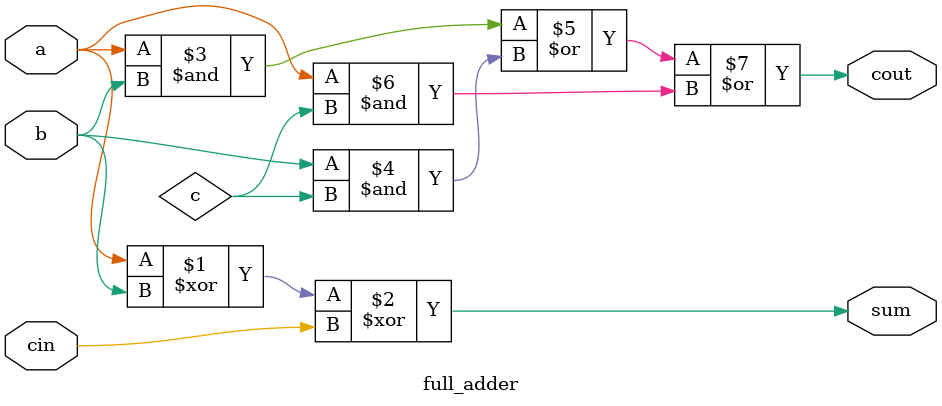
<source format=sv>
module full_adder (
    input a, b, cin,
    output sum , cout
    );

    assign sum = a ^ b ^ cin ;
    assign cout = a & b | b & c | a & c ;
endmodule 

</source>
